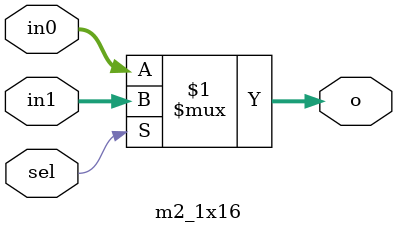
<source format=v>
`timescale 1ns / 1ps


module m2_1x16(
    input [15:0] in0,
    input [15:0] in1,
    input sel,
    output [15:0] o
    );
    assign o = sel ? in1:in0;
endmodule

</source>
